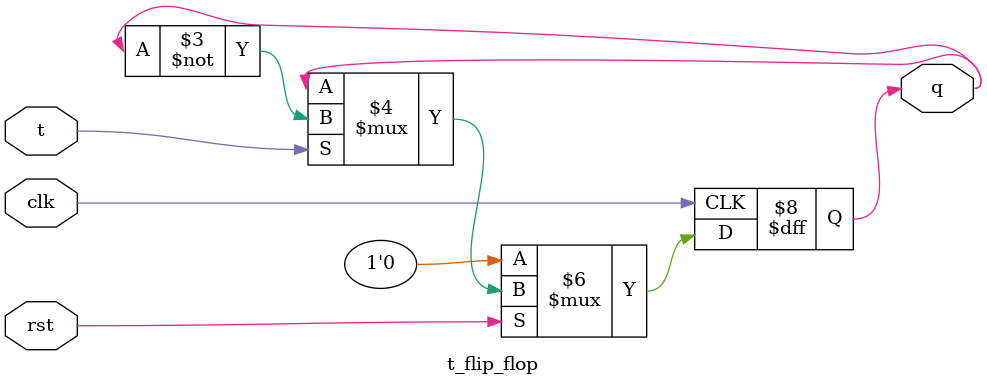
<source format=v>
module t_flip_flop (
  input clk, rst,
  input t,
  output reg q  );
  
 
  always@(posedge clk) begin // for synchronous reset
    if(!rst) q <= 0;
    else begin
      q <= (t?~q:q);
    end
  end
  
endmodule

</source>
